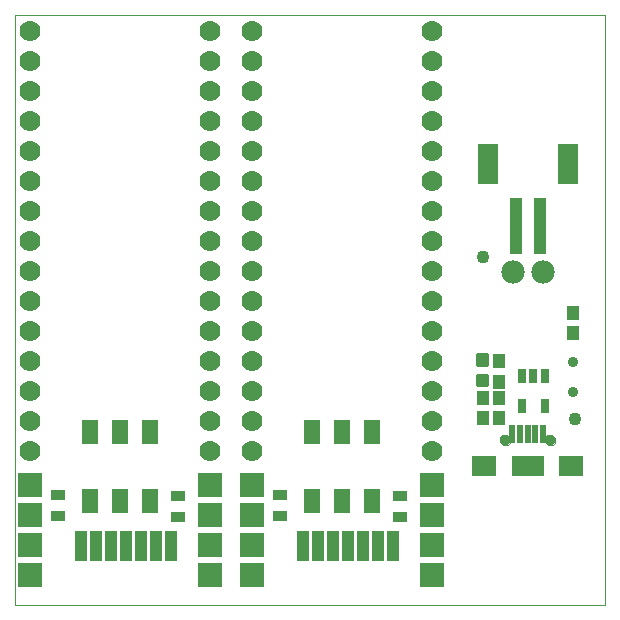
<source format=gts>
G75*
%MOIN*%
%OFA0B0*%
%FSLAX24Y24*%
%IPPOS*%
%LPD*%
%AMOC8*
5,1,8,0,0,1.08239X$1,22.5*
%
%ADD10C,0.0000*%
%ADD11C,0.0700*%
%ADD12R,0.0540X0.0840*%
%ADD13R,0.0394X0.1024*%
%ADD14R,0.0840X0.0840*%
%ADD15R,0.0512X0.0355*%
%ADD16C,0.0130*%
%ADD17R,0.0434X0.0473*%
%ADD18R,0.0257X0.0512*%
%ADD19C,0.0780*%
%ADD20R,0.0197X0.0591*%
%ADD21C,0.0000*%
%ADD22C,0.0375*%
%ADD23R,0.0787X0.0669*%
%ADD24R,0.1063X0.0669*%
%ADD25C,0.0434*%
%ADD26R,0.0434X0.1851*%
%ADD27R,0.0670X0.1379*%
%ADD28C,0.0360*%
D10*
X030992Y033994D02*
X030992Y053680D01*
X050677Y053680D01*
X050677Y033994D01*
X030992Y033994D01*
D11*
X031492Y039126D03*
X031492Y040126D03*
X031492Y041126D03*
X031492Y042126D03*
X031492Y043126D03*
X031492Y044126D03*
X031492Y045126D03*
X031492Y046126D03*
X031492Y047126D03*
X031492Y048126D03*
X031492Y049126D03*
X031492Y050126D03*
X031492Y051126D03*
X031492Y052126D03*
X031492Y053126D03*
X037492Y053126D03*
X037492Y052126D03*
X037492Y051126D03*
X037492Y050126D03*
X037492Y049126D03*
X037492Y048126D03*
X037492Y047126D03*
X037492Y046126D03*
X037492Y045126D03*
X037492Y044126D03*
X037492Y043126D03*
X037492Y042126D03*
X037492Y041126D03*
X037492Y040126D03*
X037492Y039126D03*
X038892Y039126D03*
X038892Y040126D03*
X038892Y041126D03*
X038892Y042126D03*
X038892Y043126D03*
X038892Y044126D03*
X038892Y045126D03*
X038892Y046126D03*
X038892Y047126D03*
X038892Y048126D03*
X038892Y049126D03*
X038892Y050126D03*
X038892Y051126D03*
X038892Y052126D03*
X038892Y053126D03*
X044892Y053126D03*
X044892Y052126D03*
X044892Y051126D03*
X044892Y050126D03*
X044892Y049126D03*
X044892Y048126D03*
X044892Y047126D03*
X044892Y046126D03*
X044892Y045126D03*
X044892Y044126D03*
X044892Y043126D03*
X044892Y042126D03*
X044892Y041126D03*
X044892Y040126D03*
X044892Y039126D03*
D12*
X042892Y039776D03*
X041892Y039776D03*
X040892Y039776D03*
X040892Y037476D03*
X041892Y037476D03*
X042892Y037476D03*
X035492Y037476D03*
X034492Y037476D03*
X033492Y037476D03*
X033492Y039776D03*
X034492Y039776D03*
X035492Y039776D03*
D13*
X035700Y035967D03*
X035200Y035967D03*
X034700Y035967D03*
X034200Y035967D03*
X033700Y035967D03*
X033200Y035967D03*
X036200Y035967D03*
X040600Y035967D03*
X041100Y035967D03*
X041600Y035967D03*
X042100Y035967D03*
X042600Y035967D03*
X043100Y035967D03*
X043600Y035967D03*
D14*
X044892Y035994D03*
X044892Y034994D03*
X044892Y036994D03*
X044892Y037994D03*
X038892Y037994D03*
X038892Y036994D03*
X038892Y035994D03*
X038892Y034994D03*
X037492Y034994D03*
X037492Y035994D03*
X037492Y036994D03*
X037492Y037994D03*
X031492Y037994D03*
X031492Y036994D03*
X031492Y035994D03*
X031492Y034994D03*
D15*
X032442Y036971D03*
X032442Y037680D03*
X036442Y037630D03*
X036442Y036921D03*
X039842Y036971D03*
X039842Y037680D03*
X043842Y037630D03*
X043842Y036921D03*
D16*
X046440Y041324D02*
X046744Y041324D01*
X046440Y041324D02*
X046440Y041628D01*
X046744Y041628D01*
X046744Y041324D01*
X046744Y041453D02*
X046440Y041453D01*
X046440Y041582D02*
X046744Y041582D01*
X046744Y042015D02*
X046440Y042015D01*
X046440Y042319D01*
X046744Y042319D01*
X046744Y042015D01*
X046744Y042144D02*
X046440Y042144D01*
X046440Y042273D02*
X046744Y042273D01*
D17*
X047137Y042120D03*
X047137Y041451D03*
X047136Y040906D03*
X046587Y040907D03*
X046587Y040238D03*
X047136Y040237D03*
X049597Y043057D03*
X049597Y043726D03*
D18*
X048656Y041643D03*
X048282Y041643D03*
X047908Y041643D03*
X047908Y040620D03*
X048656Y040620D03*
D19*
X048592Y045094D03*
X047592Y045094D03*
D20*
X047580Y039685D03*
X047836Y039685D03*
X048092Y039685D03*
X048348Y039685D03*
X048604Y039685D03*
D21*
X048673Y039489D02*
X048675Y039514D01*
X048681Y039539D01*
X048690Y039563D01*
X048703Y039585D01*
X048720Y039605D01*
X048739Y039622D01*
X048760Y039636D01*
X048784Y039646D01*
X048808Y039653D01*
X048834Y039656D01*
X048859Y039655D01*
X048884Y039650D01*
X048908Y039641D01*
X048931Y039629D01*
X048951Y039614D01*
X048969Y039595D01*
X048984Y039574D01*
X048995Y039551D01*
X049003Y039527D01*
X049007Y039502D01*
X049007Y039476D01*
X049003Y039451D01*
X048995Y039427D01*
X048984Y039404D01*
X048969Y039383D01*
X048951Y039364D01*
X048931Y039349D01*
X048908Y039337D01*
X048884Y039328D01*
X048859Y039323D01*
X048834Y039322D01*
X048808Y039325D01*
X048784Y039332D01*
X048760Y039342D01*
X048739Y039356D01*
X048720Y039373D01*
X048703Y039393D01*
X048690Y039415D01*
X048681Y039439D01*
X048675Y039464D01*
X048673Y039489D01*
X047177Y039489D02*
X047179Y039514D01*
X047185Y039539D01*
X047194Y039563D01*
X047207Y039585D01*
X047224Y039605D01*
X047243Y039622D01*
X047264Y039636D01*
X047288Y039646D01*
X047312Y039653D01*
X047338Y039656D01*
X047363Y039655D01*
X047388Y039650D01*
X047412Y039641D01*
X047435Y039629D01*
X047455Y039614D01*
X047473Y039595D01*
X047488Y039574D01*
X047499Y039551D01*
X047507Y039527D01*
X047511Y039502D01*
X047511Y039476D01*
X047507Y039451D01*
X047499Y039427D01*
X047488Y039404D01*
X047473Y039383D01*
X047455Y039364D01*
X047435Y039349D01*
X047412Y039337D01*
X047388Y039328D01*
X047363Y039323D01*
X047338Y039322D01*
X047312Y039325D01*
X047288Y039332D01*
X047264Y039342D01*
X047243Y039356D01*
X047224Y039373D01*
X047207Y039393D01*
X047194Y039415D01*
X047185Y039439D01*
X047179Y039464D01*
X047177Y039489D01*
D22*
X047344Y039489D03*
X048840Y039489D03*
D23*
X049543Y038622D03*
X046642Y038622D03*
D24*
X048092Y038622D03*
D25*
X049677Y040189D03*
X046592Y045594D03*
D26*
X047698Y046638D03*
X048486Y046638D03*
D27*
X049431Y048685D03*
X046754Y048685D03*
D28*
X049592Y042094D03*
X049592Y041094D03*
X049592Y041094D03*
M02*

</source>
